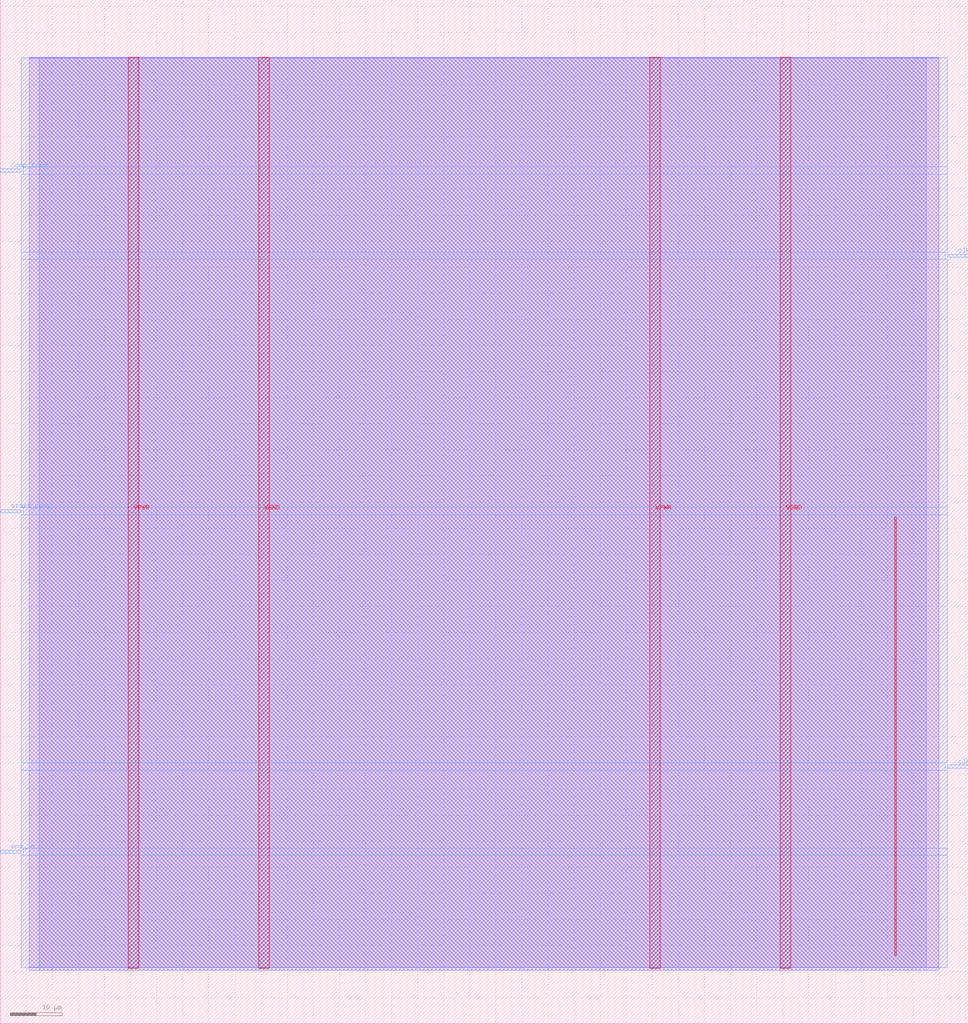
<source format=lef>
VERSION 5.7 ;
  NOWIREEXTENSIONATPIN ON ;
  DIVIDERCHAR "/" ;
  BUSBITCHARS "[]" ;
MACRO adc_clkgen_with_edgedetect_native
  CLASS BLOCK ;
  FOREIGN adc_clkgen_with_edgedetect_native ;
  ORIGIN 0.000 0.000 ;
  SIZE 185.535 BY 196.255 ;
  PIN VGND
    DIRECTION INOUT ;
    USE GROUND ;
    PORT
      LAYER met4 ;
        RECT 49.520 10.640 51.520 185.200 ;
    END
    PORT
      LAYER met4 ;
        RECT 149.520 10.640 151.520 185.200 ;
    END
  END VGND
  PIN VPWR
    DIRECTION INOUT ;
    USE POWER ;
    PORT
      LAYER met4 ;
        RECT 24.520 10.640 26.520 185.200 ;
    END
    PORT
      LAYER met4 ;
        RECT 124.520 10.640 126.520 185.200 ;
    END
  END VPWR
  PIN clk_comp
    DIRECTION OUTPUT TRISTATE ;
    USE SIGNAL ;
    PORT
      LAYER met3 ;
        RECT 181.535 146.920 185.535 147.520 ;
    END
  END clk_comp
  PIN clk_dig
    DIRECTION OUTPUT TRISTATE ;
    USE SIGNAL ;
    PORT
      LAYER met3 ;
        RECT 181.535 49.000 185.535 49.600 ;
    END
  END clk_dig
  PIN comp_trig
    DIRECTION INPUT ;
    USE SIGNAL ;
    PORT
      LAYER met3 ;
        RECT 0.000 163.240 4.000 163.840 ;
    END
  END comp_trig
  PIN ena_in
    DIRECTION INPUT ;
    USE SIGNAL ;
    PORT
      LAYER met3 ;
        RECT 0.000 32.680 4.000 33.280 ;
    END
  END ena_in
  PIN start_conv
    DIRECTION INPUT ;
    USE SIGNAL ;
    PORT
      LAYER met3 ;
        RECT 0.000 97.960 4.000 98.560 ;
    END
  END start_conv
  OBS
      LAYER li1 ;
        RECT 5.520 10.795 179.860 185.045 ;
      LAYER met1 ;
        RECT 5.520 10.240 179.860 185.200 ;
      LAYER met2 ;
        RECT 7.460 10.210 177.460 185.145 ;
      LAYER met3 ;
        RECT 4.000 164.240 181.535 185.125 ;
        RECT 4.400 162.840 181.535 164.240 ;
        RECT 4.000 147.920 181.535 162.840 ;
        RECT 4.000 146.520 181.135 147.920 ;
        RECT 4.000 98.960 181.535 146.520 ;
        RECT 4.400 97.560 181.535 98.960 ;
        RECT 4.000 50.000 181.535 97.560 ;
        RECT 4.000 48.600 181.135 50.000 ;
        RECT 4.000 33.680 181.535 48.600 ;
        RECT 4.400 32.280 181.535 33.680 ;
        RECT 4.000 10.715 181.535 32.280 ;
      LAYER met4 ;
        RECT 171.415 13.095 171.745 97.065 ;
  END
END adc_clkgen_with_edgedetect_native
END LIBRARY


</source>
